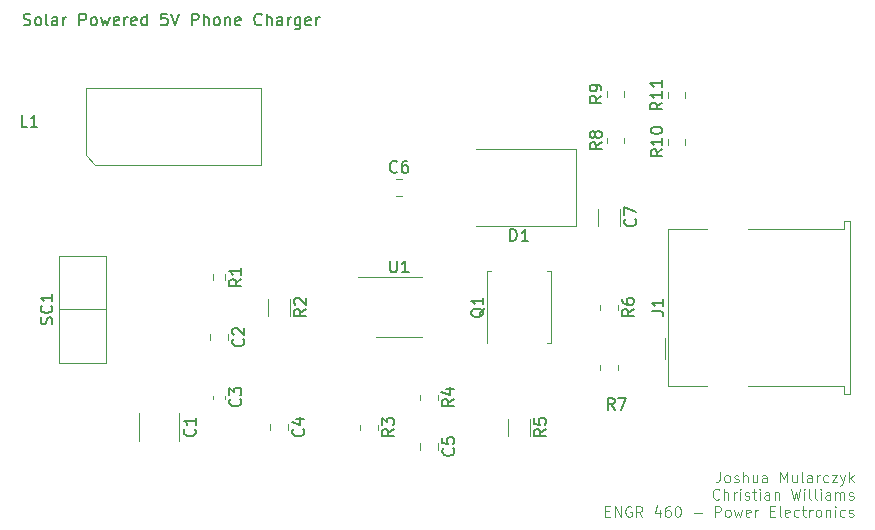
<source format=gbr>
%TF.GenerationSoftware,KiCad,Pcbnew,(6.0.4)*%
%TF.CreationDate,2022-05-23T18:10:56-07:00*%
%TF.ProjectId,SolarChargerV7,536f6c61-7243-4686-9172-67657256372e,rev?*%
%TF.SameCoordinates,Original*%
%TF.FileFunction,Legend,Top*%
%TF.FilePolarity,Positive*%
%FSLAX46Y46*%
G04 Gerber Fmt 4.6, Leading zero omitted, Abs format (unit mm)*
G04 Created by KiCad (PCBNEW (6.0.4)) date 2022-05-23 18:10:56*
%MOMM*%
%LPD*%
G01*
G04 APERTURE LIST*
%ADD10C,0.150000*%
%ADD11C,0.125000*%
%ADD12C,0.120000*%
G04 APERTURE END LIST*
D10*
X95223809Y-47204761D02*
X95366666Y-47252380D01*
X95604761Y-47252380D01*
X95700000Y-47204761D01*
X95747619Y-47157142D01*
X95795238Y-47061904D01*
X95795238Y-46966666D01*
X95747619Y-46871428D01*
X95700000Y-46823809D01*
X95604761Y-46776190D01*
X95414285Y-46728571D01*
X95319047Y-46680952D01*
X95271428Y-46633333D01*
X95223809Y-46538095D01*
X95223809Y-46442857D01*
X95271428Y-46347619D01*
X95319047Y-46300000D01*
X95414285Y-46252380D01*
X95652380Y-46252380D01*
X95795238Y-46300000D01*
X96366666Y-47252380D02*
X96271428Y-47204761D01*
X96223809Y-47157142D01*
X96176190Y-47061904D01*
X96176190Y-46776190D01*
X96223809Y-46680952D01*
X96271428Y-46633333D01*
X96366666Y-46585714D01*
X96509523Y-46585714D01*
X96604761Y-46633333D01*
X96652380Y-46680952D01*
X96700000Y-46776190D01*
X96700000Y-47061904D01*
X96652380Y-47157142D01*
X96604761Y-47204761D01*
X96509523Y-47252380D01*
X96366666Y-47252380D01*
X97271428Y-47252380D02*
X97176190Y-47204761D01*
X97128571Y-47109523D01*
X97128571Y-46252380D01*
X98080952Y-47252380D02*
X98080952Y-46728571D01*
X98033333Y-46633333D01*
X97938095Y-46585714D01*
X97747619Y-46585714D01*
X97652380Y-46633333D01*
X98080952Y-47204761D02*
X97985714Y-47252380D01*
X97747619Y-47252380D01*
X97652380Y-47204761D01*
X97604761Y-47109523D01*
X97604761Y-47014285D01*
X97652380Y-46919047D01*
X97747619Y-46871428D01*
X97985714Y-46871428D01*
X98080952Y-46823809D01*
X98557142Y-47252380D02*
X98557142Y-46585714D01*
X98557142Y-46776190D02*
X98604761Y-46680952D01*
X98652380Y-46633333D01*
X98747619Y-46585714D01*
X98842857Y-46585714D01*
X99938095Y-47252380D02*
X99938095Y-46252380D01*
X100319047Y-46252380D01*
X100414285Y-46300000D01*
X100461904Y-46347619D01*
X100509523Y-46442857D01*
X100509523Y-46585714D01*
X100461904Y-46680952D01*
X100414285Y-46728571D01*
X100319047Y-46776190D01*
X99938095Y-46776190D01*
X101080952Y-47252380D02*
X100985714Y-47204761D01*
X100938095Y-47157142D01*
X100890476Y-47061904D01*
X100890476Y-46776190D01*
X100938095Y-46680952D01*
X100985714Y-46633333D01*
X101080952Y-46585714D01*
X101223809Y-46585714D01*
X101319047Y-46633333D01*
X101366666Y-46680952D01*
X101414285Y-46776190D01*
X101414285Y-47061904D01*
X101366666Y-47157142D01*
X101319047Y-47204761D01*
X101223809Y-47252380D01*
X101080952Y-47252380D01*
X101747619Y-46585714D02*
X101938095Y-47252380D01*
X102128571Y-46776190D01*
X102319047Y-47252380D01*
X102509523Y-46585714D01*
X103271428Y-47204761D02*
X103176190Y-47252380D01*
X102985714Y-47252380D01*
X102890476Y-47204761D01*
X102842857Y-47109523D01*
X102842857Y-46728571D01*
X102890476Y-46633333D01*
X102985714Y-46585714D01*
X103176190Y-46585714D01*
X103271428Y-46633333D01*
X103319047Y-46728571D01*
X103319047Y-46823809D01*
X102842857Y-46919047D01*
X103747619Y-47252380D02*
X103747619Y-46585714D01*
X103747619Y-46776190D02*
X103795238Y-46680952D01*
X103842857Y-46633333D01*
X103938095Y-46585714D01*
X104033333Y-46585714D01*
X104747619Y-47204761D02*
X104652380Y-47252380D01*
X104461904Y-47252380D01*
X104366666Y-47204761D01*
X104319047Y-47109523D01*
X104319047Y-46728571D01*
X104366666Y-46633333D01*
X104461904Y-46585714D01*
X104652380Y-46585714D01*
X104747619Y-46633333D01*
X104795238Y-46728571D01*
X104795238Y-46823809D01*
X104319047Y-46919047D01*
X105652380Y-47252380D02*
X105652380Y-46252380D01*
X105652380Y-47204761D02*
X105557142Y-47252380D01*
X105366666Y-47252380D01*
X105271428Y-47204761D01*
X105223809Y-47157142D01*
X105176190Y-47061904D01*
X105176190Y-46776190D01*
X105223809Y-46680952D01*
X105271428Y-46633333D01*
X105366666Y-46585714D01*
X105557142Y-46585714D01*
X105652380Y-46633333D01*
X107366666Y-46252380D02*
X106890476Y-46252380D01*
X106842857Y-46728571D01*
X106890476Y-46680952D01*
X106985714Y-46633333D01*
X107223809Y-46633333D01*
X107319047Y-46680952D01*
X107366666Y-46728571D01*
X107414285Y-46823809D01*
X107414285Y-47061904D01*
X107366666Y-47157142D01*
X107319047Y-47204761D01*
X107223809Y-47252380D01*
X106985714Y-47252380D01*
X106890476Y-47204761D01*
X106842857Y-47157142D01*
X107700000Y-46252380D02*
X108033333Y-47252380D01*
X108366666Y-46252380D01*
X109461904Y-47252380D02*
X109461904Y-46252380D01*
X109842857Y-46252380D01*
X109938095Y-46300000D01*
X109985714Y-46347619D01*
X110033333Y-46442857D01*
X110033333Y-46585714D01*
X109985714Y-46680952D01*
X109938095Y-46728571D01*
X109842857Y-46776190D01*
X109461904Y-46776190D01*
X110461904Y-47252380D02*
X110461904Y-46252380D01*
X110890476Y-47252380D02*
X110890476Y-46728571D01*
X110842857Y-46633333D01*
X110747619Y-46585714D01*
X110604761Y-46585714D01*
X110509523Y-46633333D01*
X110461904Y-46680952D01*
X111509523Y-47252380D02*
X111414285Y-47204761D01*
X111366666Y-47157142D01*
X111319047Y-47061904D01*
X111319047Y-46776190D01*
X111366666Y-46680952D01*
X111414285Y-46633333D01*
X111509523Y-46585714D01*
X111652380Y-46585714D01*
X111747619Y-46633333D01*
X111795238Y-46680952D01*
X111842857Y-46776190D01*
X111842857Y-47061904D01*
X111795238Y-47157142D01*
X111747619Y-47204761D01*
X111652380Y-47252380D01*
X111509523Y-47252380D01*
X112271428Y-46585714D02*
X112271428Y-47252380D01*
X112271428Y-46680952D02*
X112319047Y-46633333D01*
X112414285Y-46585714D01*
X112557142Y-46585714D01*
X112652380Y-46633333D01*
X112700000Y-46728571D01*
X112700000Y-47252380D01*
X113557142Y-47204761D02*
X113461904Y-47252380D01*
X113271428Y-47252380D01*
X113176190Y-47204761D01*
X113128571Y-47109523D01*
X113128571Y-46728571D01*
X113176190Y-46633333D01*
X113271428Y-46585714D01*
X113461904Y-46585714D01*
X113557142Y-46633333D01*
X113604761Y-46728571D01*
X113604761Y-46823809D01*
X113128571Y-46919047D01*
X115366666Y-47157142D02*
X115319047Y-47204761D01*
X115176190Y-47252380D01*
X115080952Y-47252380D01*
X114938095Y-47204761D01*
X114842857Y-47109523D01*
X114795238Y-47014285D01*
X114747619Y-46823809D01*
X114747619Y-46680952D01*
X114795238Y-46490476D01*
X114842857Y-46395238D01*
X114938095Y-46300000D01*
X115080952Y-46252380D01*
X115176190Y-46252380D01*
X115319047Y-46300000D01*
X115366666Y-46347619D01*
X115795238Y-47252380D02*
X115795238Y-46252380D01*
X116223809Y-47252380D02*
X116223809Y-46728571D01*
X116176190Y-46633333D01*
X116080952Y-46585714D01*
X115938095Y-46585714D01*
X115842857Y-46633333D01*
X115795238Y-46680952D01*
X117128571Y-47252380D02*
X117128571Y-46728571D01*
X117080952Y-46633333D01*
X116985714Y-46585714D01*
X116795238Y-46585714D01*
X116699999Y-46633333D01*
X117128571Y-47204761D02*
X117033333Y-47252380D01*
X116795238Y-47252380D01*
X116699999Y-47204761D01*
X116652380Y-47109523D01*
X116652380Y-47014285D01*
X116699999Y-46919047D01*
X116795238Y-46871428D01*
X117033333Y-46871428D01*
X117128571Y-46823809D01*
X117604761Y-47252380D02*
X117604761Y-46585714D01*
X117604761Y-46776190D02*
X117652380Y-46680952D01*
X117699999Y-46633333D01*
X117795238Y-46585714D01*
X117890476Y-46585714D01*
X118652380Y-46585714D02*
X118652380Y-47395238D01*
X118604761Y-47490476D01*
X118557142Y-47538095D01*
X118461904Y-47585714D01*
X118319047Y-47585714D01*
X118223809Y-47538095D01*
X118652380Y-47204761D02*
X118557142Y-47252380D01*
X118366666Y-47252380D01*
X118271428Y-47204761D01*
X118223809Y-47157142D01*
X118176190Y-47061904D01*
X118176190Y-46776190D01*
X118223809Y-46680952D01*
X118271428Y-46633333D01*
X118366666Y-46585714D01*
X118557142Y-46585714D01*
X118652380Y-46633333D01*
X119509523Y-47204761D02*
X119414285Y-47252380D01*
X119223809Y-47252380D01*
X119128571Y-47204761D01*
X119080952Y-47109523D01*
X119080952Y-46728571D01*
X119128571Y-46633333D01*
X119223809Y-46585714D01*
X119414285Y-46585714D01*
X119509523Y-46633333D01*
X119557142Y-46728571D01*
X119557142Y-46823809D01*
X119080952Y-46919047D01*
X119985714Y-47252380D02*
X119985714Y-46585714D01*
X119985714Y-46776190D02*
X120033333Y-46680952D01*
X120080952Y-46633333D01*
X120176190Y-46585714D01*
X120271428Y-46585714D01*
D11*
X154168035Y-85053142D02*
X154168035Y-85696000D01*
X154125178Y-85824571D01*
X154039464Y-85910285D01*
X153910892Y-85953142D01*
X153825178Y-85953142D01*
X154725178Y-85953142D02*
X154639464Y-85910285D01*
X154596607Y-85867428D01*
X154553750Y-85781714D01*
X154553750Y-85524571D01*
X154596607Y-85438857D01*
X154639464Y-85396000D01*
X154725178Y-85353142D01*
X154853750Y-85353142D01*
X154939464Y-85396000D01*
X154982321Y-85438857D01*
X155025178Y-85524571D01*
X155025178Y-85781714D01*
X154982321Y-85867428D01*
X154939464Y-85910285D01*
X154853750Y-85953142D01*
X154725178Y-85953142D01*
X155368035Y-85910285D02*
X155453750Y-85953142D01*
X155625178Y-85953142D01*
X155710892Y-85910285D01*
X155753750Y-85824571D01*
X155753750Y-85781714D01*
X155710892Y-85696000D01*
X155625178Y-85653142D01*
X155496607Y-85653142D01*
X155410892Y-85610285D01*
X155368035Y-85524571D01*
X155368035Y-85481714D01*
X155410892Y-85396000D01*
X155496607Y-85353142D01*
X155625178Y-85353142D01*
X155710892Y-85396000D01*
X156139464Y-85953142D02*
X156139464Y-85053142D01*
X156525178Y-85953142D02*
X156525178Y-85481714D01*
X156482321Y-85396000D01*
X156396607Y-85353142D01*
X156268035Y-85353142D01*
X156182321Y-85396000D01*
X156139464Y-85438857D01*
X157339464Y-85353142D02*
X157339464Y-85953142D01*
X156953750Y-85353142D02*
X156953750Y-85824571D01*
X156996607Y-85910285D01*
X157082321Y-85953142D01*
X157210892Y-85953142D01*
X157296607Y-85910285D01*
X157339464Y-85867428D01*
X158153750Y-85953142D02*
X158153750Y-85481714D01*
X158110892Y-85396000D01*
X158025178Y-85353142D01*
X157853750Y-85353142D01*
X157768035Y-85396000D01*
X158153750Y-85910285D02*
X158068035Y-85953142D01*
X157853750Y-85953142D01*
X157768035Y-85910285D01*
X157725178Y-85824571D01*
X157725178Y-85738857D01*
X157768035Y-85653142D01*
X157853750Y-85610285D01*
X158068035Y-85610285D01*
X158153750Y-85567428D01*
X159268035Y-85953142D02*
X159268035Y-85053142D01*
X159568035Y-85696000D01*
X159868035Y-85053142D01*
X159868035Y-85953142D01*
X160682321Y-85353142D02*
X160682321Y-85953142D01*
X160296607Y-85353142D02*
X160296607Y-85824571D01*
X160339464Y-85910285D01*
X160425178Y-85953142D01*
X160553750Y-85953142D01*
X160639464Y-85910285D01*
X160682321Y-85867428D01*
X161239464Y-85953142D02*
X161153750Y-85910285D01*
X161110892Y-85824571D01*
X161110892Y-85053142D01*
X161968035Y-85953142D02*
X161968035Y-85481714D01*
X161925178Y-85396000D01*
X161839464Y-85353142D01*
X161668035Y-85353142D01*
X161582321Y-85396000D01*
X161968035Y-85910285D02*
X161882321Y-85953142D01*
X161668035Y-85953142D01*
X161582321Y-85910285D01*
X161539464Y-85824571D01*
X161539464Y-85738857D01*
X161582321Y-85653142D01*
X161668035Y-85610285D01*
X161882321Y-85610285D01*
X161968035Y-85567428D01*
X162396607Y-85953142D02*
X162396607Y-85353142D01*
X162396607Y-85524571D02*
X162439464Y-85438857D01*
X162482321Y-85396000D01*
X162568035Y-85353142D01*
X162653750Y-85353142D01*
X163339464Y-85910285D02*
X163253750Y-85953142D01*
X163082321Y-85953142D01*
X162996607Y-85910285D01*
X162953750Y-85867428D01*
X162910892Y-85781714D01*
X162910892Y-85524571D01*
X162953750Y-85438857D01*
X162996607Y-85396000D01*
X163082321Y-85353142D01*
X163253750Y-85353142D01*
X163339464Y-85396000D01*
X163639464Y-85353142D02*
X164110892Y-85353142D01*
X163639464Y-85953142D01*
X164110892Y-85953142D01*
X164368035Y-85353142D02*
X164582321Y-85953142D01*
X164796607Y-85353142D02*
X164582321Y-85953142D01*
X164496607Y-86167428D01*
X164453750Y-86210285D01*
X164368035Y-86253142D01*
X165139464Y-85953142D02*
X165139464Y-85053142D01*
X165225178Y-85610285D02*
X165482321Y-85953142D01*
X165482321Y-85353142D02*
X165139464Y-85696000D01*
X154125178Y-87316428D02*
X154082321Y-87359285D01*
X153953750Y-87402142D01*
X153868035Y-87402142D01*
X153739464Y-87359285D01*
X153653750Y-87273571D01*
X153610892Y-87187857D01*
X153568035Y-87016428D01*
X153568035Y-86887857D01*
X153610892Y-86716428D01*
X153653750Y-86630714D01*
X153739464Y-86545000D01*
X153868035Y-86502142D01*
X153953750Y-86502142D01*
X154082321Y-86545000D01*
X154125178Y-86587857D01*
X154510892Y-87402142D02*
X154510892Y-86502142D01*
X154896607Y-87402142D02*
X154896607Y-86930714D01*
X154853750Y-86845000D01*
X154768035Y-86802142D01*
X154639464Y-86802142D01*
X154553750Y-86845000D01*
X154510892Y-86887857D01*
X155325178Y-87402142D02*
X155325178Y-86802142D01*
X155325178Y-86973571D02*
X155368035Y-86887857D01*
X155410892Y-86845000D01*
X155496607Y-86802142D01*
X155582321Y-86802142D01*
X155882321Y-87402142D02*
X155882321Y-86802142D01*
X155882321Y-86502142D02*
X155839464Y-86545000D01*
X155882321Y-86587857D01*
X155925178Y-86545000D01*
X155882321Y-86502142D01*
X155882321Y-86587857D01*
X156268035Y-87359285D02*
X156353750Y-87402142D01*
X156525178Y-87402142D01*
X156610892Y-87359285D01*
X156653750Y-87273571D01*
X156653750Y-87230714D01*
X156610892Y-87145000D01*
X156525178Y-87102142D01*
X156396607Y-87102142D01*
X156310892Y-87059285D01*
X156268035Y-86973571D01*
X156268035Y-86930714D01*
X156310892Y-86845000D01*
X156396607Y-86802142D01*
X156525178Y-86802142D01*
X156610892Y-86845000D01*
X156910892Y-86802142D02*
X157253750Y-86802142D01*
X157039464Y-86502142D02*
X157039464Y-87273571D01*
X157082321Y-87359285D01*
X157168035Y-87402142D01*
X157253750Y-87402142D01*
X157553750Y-87402142D02*
X157553750Y-86802142D01*
X157553750Y-86502142D02*
X157510892Y-86545000D01*
X157553750Y-86587857D01*
X157596607Y-86545000D01*
X157553750Y-86502142D01*
X157553750Y-86587857D01*
X158368035Y-87402142D02*
X158368035Y-86930714D01*
X158325178Y-86845000D01*
X158239464Y-86802142D01*
X158068035Y-86802142D01*
X157982321Y-86845000D01*
X158368035Y-87359285D02*
X158282321Y-87402142D01*
X158068035Y-87402142D01*
X157982321Y-87359285D01*
X157939464Y-87273571D01*
X157939464Y-87187857D01*
X157982321Y-87102142D01*
X158068035Y-87059285D01*
X158282321Y-87059285D01*
X158368035Y-87016428D01*
X158796607Y-86802142D02*
X158796607Y-87402142D01*
X158796607Y-86887857D02*
X158839464Y-86845000D01*
X158925178Y-86802142D01*
X159053750Y-86802142D01*
X159139464Y-86845000D01*
X159182321Y-86930714D01*
X159182321Y-87402142D01*
X160210892Y-86502142D02*
X160425178Y-87402142D01*
X160596607Y-86759285D01*
X160768035Y-87402142D01*
X160982321Y-86502142D01*
X161325178Y-87402142D02*
X161325178Y-86802142D01*
X161325178Y-86502142D02*
X161282321Y-86545000D01*
X161325178Y-86587857D01*
X161368035Y-86545000D01*
X161325178Y-86502142D01*
X161325178Y-86587857D01*
X161882321Y-87402142D02*
X161796607Y-87359285D01*
X161753750Y-87273571D01*
X161753750Y-86502142D01*
X162353750Y-87402142D02*
X162268035Y-87359285D01*
X162225178Y-87273571D01*
X162225178Y-86502142D01*
X162696607Y-87402142D02*
X162696607Y-86802142D01*
X162696607Y-86502142D02*
X162653750Y-86545000D01*
X162696607Y-86587857D01*
X162739464Y-86545000D01*
X162696607Y-86502142D01*
X162696607Y-86587857D01*
X163510892Y-87402142D02*
X163510892Y-86930714D01*
X163468035Y-86845000D01*
X163382321Y-86802142D01*
X163210892Y-86802142D01*
X163125178Y-86845000D01*
X163510892Y-87359285D02*
X163425178Y-87402142D01*
X163210892Y-87402142D01*
X163125178Y-87359285D01*
X163082321Y-87273571D01*
X163082321Y-87187857D01*
X163125178Y-87102142D01*
X163210892Y-87059285D01*
X163425178Y-87059285D01*
X163510892Y-87016428D01*
X163939464Y-87402142D02*
X163939464Y-86802142D01*
X163939464Y-86887857D02*
X163982321Y-86845000D01*
X164068035Y-86802142D01*
X164196607Y-86802142D01*
X164282321Y-86845000D01*
X164325178Y-86930714D01*
X164325178Y-87402142D01*
X164325178Y-86930714D02*
X164368035Y-86845000D01*
X164453750Y-86802142D01*
X164582321Y-86802142D01*
X164668035Y-86845000D01*
X164710892Y-86930714D01*
X164710892Y-87402142D01*
X165096607Y-87359285D02*
X165182321Y-87402142D01*
X165353750Y-87402142D01*
X165439464Y-87359285D01*
X165482321Y-87273571D01*
X165482321Y-87230714D01*
X165439464Y-87145000D01*
X165353750Y-87102142D01*
X165225178Y-87102142D01*
X165139464Y-87059285D01*
X165096607Y-86973571D01*
X165096607Y-86930714D01*
X165139464Y-86845000D01*
X165225178Y-86802142D01*
X165353750Y-86802142D01*
X165439464Y-86845000D01*
X144439464Y-88379714D02*
X144739464Y-88379714D01*
X144868035Y-88851142D02*
X144439464Y-88851142D01*
X144439464Y-87951142D01*
X144868035Y-87951142D01*
X145253750Y-88851142D02*
X145253750Y-87951142D01*
X145768035Y-88851142D01*
X145768035Y-87951142D01*
X146668035Y-87994000D02*
X146582321Y-87951142D01*
X146453750Y-87951142D01*
X146325178Y-87994000D01*
X146239464Y-88079714D01*
X146196607Y-88165428D01*
X146153750Y-88336857D01*
X146153750Y-88465428D01*
X146196607Y-88636857D01*
X146239464Y-88722571D01*
X146325178Y-88808285D01*
X146453750Y-88851142D01*
X146539464Y-88851142D01*
X146668035Y-88808285D01*
X146710892Y-88765428D01*
X146710892Y-88465428D01*
X146539464Y-88465428D01*
X147610892Y-88851142D02*
X147310892Y-88422571D01*
X147096607Y-88851142D02*
X147096607Y-87951142D01*
X147439464Y-87951142D01*
X147525178Y-87994000D01*
X147568035Y-88036857D01*
X147610892Y-88122571D01*
X147610892Y-88251142D01*
X147568035Y-88336857D01*
X147525178Y-88379714D01*
X147439464Y-88422571D01*
X147096607Y-88422571D01*
X149068035Y-88251142D02*
X149068035Y-88851142D01*
X148853750Y-87908285D02*
X148639464Y-88551142D01*
X149196607Y-88551142D01*
X149925178Y-87951142D02*
X149753750Y-87951142D01*
X149668035Y-87994000D01*
X149625178Y-88036857D01*
X149539464Y-88165428D01*
X149496607Y-88336857D01*
X149496607Y-88679714D01*
X149539464Y-88765428D01*
X149582321Y-88808285D01*
X149668035Y-88851142D01*
X149839464Y-88851142D01*
X149925178Y-88808285D01*
X149968035Y-88765428D01*
X150010892Y-88679714D01*
X150010892Y-88465428D01*
X149968035Y-88379714D01*
X149925178Y-88336857D01*
X149839464Y-88294000D01*
X149668035Y-88294000D01*
X149582321Y-88336857D01*
X149539464Y-88379714D01*
X149496607Y-88465428D01*
X150568035Y-87951142D02*
X150653750Y-87951142D01*
X150739464Y-87994000D01*
X150782321Y-88036857D01*
X150825178Y-88122571D01*
X150868035Y-88294000D01*
X150868035Y-88508285D01*
X150825178Y-88679714D01*
X150782321Y-88765428D01*
X150739464Y-88808285D01*
X150653750Y-88851142D01*
X150568035Y-88851142D01*
X150482321Y-88808285D01*
X150439464Y-88765428D01*
X150396607Y-88679714D01*
X150353750Y-88508285D01*
X150353750Y-88294000D01*
X150396607Y-88122571D01*
X150439464Y-88036857D01*
X150482321Y-87994000D01*
X150568035Y-87951142D01*
X151939464Y-88508285D02*
X152625178Y-88508285D01*
X153739464Y-88851142D02*
X153739464Y-87951142D01*
X154082321Y-87951142D01*
X154168035Y-87994000D01*
X154210892Y-88036857D01*
X154253750Y-88122571D01*
X154253750Y-88251142D01*
X154210892Y-88336857D01*
X154168035Y-88379714D01*
X154082321Y-88422571D01*
X153739464Y-88422571D01*
X154768035Y-88851142D02*
X154682321Y-88808285D01*
X154639464Y-88765428D01*
X154596607Y-88679714D01*
X154596607Y-88422571D01*
X154639464Y-88336857D01*
X154682321Y-88294000D01*
X154768035Y-88251142D01*
X154896607Y-88251142D01*
X154982321Y-88294000D01*
X155025178Y-88336857D01*
X155068035Y-88422571D01*
X155068035Y-88679714D01*
X155025178Y-88765428D01*
X154982321Y-88808285D01*
X154896607Y-88851142D01*
X154768035Y-88851142D01*
X155368035Y-88251142D02*
X155539464Y-88851142D01*
X155710892Y-88422571D01*
X155882321Y-88851142D01*
X156053750Y-88251142D01*
X156739464Y-88808285D02*
X156653750Y-88851142D01*
X156482321Y-88851142D01*
X156396607Y-88808285D01*
X156353750Y-88722571D01*
X156353750Y-88379714D01*
X156396607Y-88294000D01*
X156482321Y-88251142D01*
X156653750Y-88251142D01*
X156739464Y-88294000D01*
X156782321Y-88379714D01*
X156782321Y-88465428D01*
X156353750Y-88551142D01*
X157168035Y-88851142D02*
X157168035Y-88251142D01*
X157168035Y-88422571D02*
X157210892Y-88336857D01*
X157253750Y-88294000D01*
X157339464Y-88251142D01*
X157425178Y-88251142D01*
X158410892Y-88379714D02*
X158710892Y-88379714D01*
X158839464Y-88851142D02*
X158410892Y-88851142D01*
X158410892Y-87951142D01*
X158839464Y-87951142D01*
X159353750Y-88851142D02*
X159268035Y-88808285D01*
X159225178Y-88722571D01*
X159225178Y-87951142D01*
X160039464Y-88808285D02*
X159953750Y-88851142D01*
X159782321Y-88851142D01*
X159696607Y-88808285D01*
X159653750Y-88722571D01*
X159653750Y-88379714D01*
X159696607Y-88294000D01*
X159782321Y-88251142D01*
X159953750Y-88251142D01*
X160039464Y-88294000D01*
X160082321Y-88379714D01*
X160082321Y-88465428D01*
X159653750Y-88551142D01*
X160853750Y-88808285D02*
X160768035Y-88851142D01*
X160596607Y-88851142D01*
X160510892Y-88808285D01*
X160468035Y-88765428D01*
X160425178Y-88679714D01*
X160425178Y-88422571D01*
X160468035Y-88336857D01*
X160510892Y-88294000D01*
X160596607Y-88251142D01*
X160768035Y-88251142D01*
X160853750Y-88294000D01*
X161110892Y-88251142D02*
X161453750Y-88251142D01*
X161239464Y-87951142D02*
X161239464Y-88722571D01*
X161282321Y-88808285D01*
X161368035Y-88851142D01*
X161453750Y-88851142D01*
X161753750Y-88851142D02*
X161753750Y-88251142D01*
X161753750Y-88422571D02*
X161796607Y-88336857D01*
X161839464Y-88294000D01*
X161925178Y-88251142D01*
X162010892Y-88251142D01*
X162439464Y-88851142D02*
X162353750Y-88808285D01*
X162310892Y-88765428D01*
X162268035Y-88679714D01*
X162268035Y-88422571D01*
X162310892Y-88336857D01*
X162353750Y-88294000D01*
X162439464Y-88251142D01*
X162568035Y-88251142D01*
X162653750Y-88294000D01*
X162696607Y-88336857D01*
X162739464Y-88422571D01*
X162739464Y-88679714D01*
X162696607Y-88765428D01*
X162653750Y-88808285D01*
X162568035Y-88851142D01*
X162439464Y-88851142D01*
X163125178Y-88251142D02*
X163125178Y-88851142D01*
X163125178Y-88336857D02*
X163168035Y-88294000D01*
X163253750Y-88251142D01*
X163382321Y-88251142D01*
X163468035Y-88294000D01*
X163510892Y-88379714D01*
X163510892Y-88851142D01*
X163939464Y-88851142D02*
X163939464Y-88251142D01*
X163939464Y-87951142D02*
X163896607Y-87994000D01*
X163939464Y-88036857D01*
X163982321Y-87994000D01*
X163939464Y-87951142D01*
X163939464Y-88036857D01*
X164753750Y-88808285D02*
X164668035Y-88851142D01*
X164496607Y-88851142D01*
X164410892Y-88808285D01*
X164368035Y-88765428D01*
X164325178Y-88679714D01*
X164325178Y-88422571D01*
X164368035Y-88336857D01*
X164410892Y-88294000D01*
X164496607Y-88251142D01*
X164668035Y-88251142D01*
X164753750Y-88294000D01*
X165096607Y-88808285D02*
X165182321Y-88851142D01*
X165353750Y-88851142D01*
X165439464Y-88808285D01*
X165482321Y-88722571D01*
X165482321Y-88679714D01*
X165439464Y-88594000D01*
X165353750Y-88551142D01*
X165225178Y-88551142D01*
X165139464Y-88508285D01*
X165096607Y-88422571D01*
X165096607Y-88379714D01*
X165139464Y-88294000D01*
X165225178Y-88251142D01*
X165353750Y-88251142D01*
X165439464Y-88294000D01*
D10*
%TO.C,R11*%
X149282380Y-53790357D02*
X148806190Y-54123690D01*
X149282380Y-54361785D02*
X148282380Y-54361785D01*
X148282380Y-53980833D01*
X148330000Y-53885595D01*
X148377619Y-53837976D01*
X148472857Y-53790357D01*
X148615714Y-53790357D01*
X148710952Y-53837976D01*
X148758571Y-53885595D01*
X148806190Y-53980833D01*
X148806190Y-54361785D01*
X149282380Y-52837976D02*
X149282380Y-53409404D01*
X149282380Y-53123690D02*
X148282380Y-53123690D01*
X148425238Y-53218928D01*
X148520476Y-53314166D01*
X148568095Y-53409404D01*
X149282380Y-51885595D02*
X149282380Y-52457023D01*
X149282380Y-52171309D02*
X148282380Y-52171309D01*
X148425238Y-52266547D01*
X148520476Y-52361785D01*
X148568095Y-52457023D01*
%TO.C,R10*%
X149302380Y-57760357D02*
X148826190Y-58093690D01*
X149302380Y-58331785D02*
X148302380Y-58331785D01*
X148302380Y-57950833D01*
X148350000Y-57855595D01*
X148397619Y-57807976D01*
X148492857Y-57760357D01*
X148635714Y-57760357D01*
X148730952Y-57807976D01*
X148778571Y-57855595D01*
X148826190Y-57950833D01*
X148826190Y-58331785D01*
X149302380Y-56807976D02*
X149302380Y-57379404D01*
X149302380Y-57093690D02*
X148302380Y-57093690D01*
X148445238Y-57188928D01*
X148540476Y-57284166D01*
X148588095Y-57379404D01*
X148302380Y-56188928D02*
X148302380Y-56093690D01*
X148350000Y-55998452D01*
X148397619Y-55950833D01*
X148492857Y-55903214D01*
X148683333Y-55855595D01*
X148921428Y-55855595D01*
X149111904Y-55903214D01*
X149207142Y-55950833D01*
X149254761Y-55998452D01*
X149302380Y-56093690D01*
X149302380Y-56188928D01*
X149254761Y-56284166D01*
X149207142Y-56331785D01*
X149111904Y-56379404D01*
X148921428Y-56427023D01*
X148683333Y-56427023D01*
X148492857Y-56379404D01*
X148397619Y-56331785D01*
X148350000Y-56284166D01*
X148302380Y-56188928D01*
%TO.C,R9*%
X144142380Y-53224166D02*
X143666190Y-53557500D01*
X144142380Y-53795595D02*
X143142380Y-53795595D01*
X143142380Y-53414642D01*
X143190000Y-53319404D01*
X143237619Y-53271785D01*
X143332857Y-53224166D01*
X143475714Y-53224166D01*
X143570952Y-53271785D01*
X143618571Y-53319404D01*
X143666190Y-53414642D01*
X143666190Y-53795595D01*
X144142380Y-52747976D02*
X144142380Y-52557500D01*
X144094761Y-52462261D01*
X144047142Y-52414642D01*
X143904285Y-52319404D01*
X143713809Y-52271785D01*
X143332857Y-52271785D01*
X143237619Y-52319404D01*
X143190000Y-52367023D01*
X143142380Y-52462261D01*
X143142380Y-52652738D01*
X143190000Y-52747976D01*
X143237619Y-52795595D01*
X143332857Y-52843214D01*
X143570952Y-52843214D01*
X143666190Y-52795595D01*
X143713809Y-52747976D01*
X143761428Y-52652738D01*
X143761428Y-52462261D01*
X143713809Y-52367023D01*
X143666190Y-52319404D01*
X143570952Y-52271785D01*
%TO.C,R8*%
X144152380Y-57164166D02*
X143676190Y-57497500D01*
X144152380Y-57735595D02*
X143152380Y-57735595D01*
X143152380Y-57354642D01*
X143200000Y-57259404D01*
X143247619Y-57211785D01*
X143342857Y-57164166D01*
X143485714Y-57164166D01*
X143580952Y-57211785D01*
X143628571Y-57259404D01*
X143676190Y-57354642D01*
X143676190Y-57735595D01*
X143580952Y-56592738D02*
X143533333Y-56687976D01*
X143485714Y-56735595D01*
X143390476Y-56783214D01*
X143342857Y-56783214D01*
X143247619Y-56735595D01*
X143200000Y-56687976D01*
X143152380Y-56592738D01*
X143152380Y-56402261D01*
X143200000Y-56307023D01*
X143247619Y-56259404D01*
X143342857Y-56211785D01*
X143390476Y-56211785D01*
X143485714Y-56259404D01*
X143533333Y-56307023D01*
X143580952Y-56402261D01*
X143580952Y-56592738D01*
X143628571Y-56687976D01*
X143676190Y-56735595D01*
X143771428Y-56783214D01*
X143961904Y-56783214D01*
X144057142Y-56735595D01*
X144104761Y-56687976D01*
X144152380Y-56592738D01*
X144152380Y-56402261D01*
X144104761Y-56307023D01*
X144057142Y-56259404D01*
X143961904Y-56211785D01*
X143771428Y-56211785D01*
X143676190Y-56259404D01*
X143628571Y-56307023D01*
X143580952Y-56402261D01*
%TO.C,SC1*%
X97604761Y-72561904D02*
X97652380Y-72419047D01*
X97652380Y-72180952D01*
X97604761Y-72085714D01*
X97557142Y-72038095D01*
X97461904Y-71990476D01*
X97366666Y-71990476D01*
X97271428Y-72038095D01*
X97223809Y-72085714D01*
X97176190Y-72180952D01*
X97128571Y-72371428D01*
X97080952Y-72466666D01*
X97033333Y-72514285D01*
X96938095Y-72561904D01*
X96842857Y-72561904D01*
X96747619Y-72514285D01*
X96700000Y-72466666D01*
X96652380Y-72371428D01*
X96652380Y-72133333D01*
X96700000Y-71990476D01*
X97557142Y-70990476D02*
X97604761Y-71038095D01*
X97652380Y-71180952D01*
X97652380Y-71276190D01*
X97604761Y-71419047D01*
X97509523Y-71514285D01*
X97414285Y-71561904D01*
X97223809Y-71609523D01*
X97080952Y-71609523D01*
X96890476Y-71561904D01*
X96795238Y-71514285D01*
X96700000Y-71419047D01*
X96652380Y-71276190D01*
X96652380Y-71180952D01*
X96700000Y-71038095D01*
X96747619Y-70990476D01*
X97652380Y-70038095D02*
X97652380Y-70609523D01*
X97652380Y-70323809D02*
X96652380Y-70323809D01*
X96795238Y-70419047D01*
X96890476Y-70514285D01*
X96938095Y-70609523D01*
%TO.C,D1*%
X136421904Y-65512380D02*
X136421904Y-64512380D01*
X136660000Y-64512380D01*
X136802857Y-64560000D01*
X136898095Y-64655238D01*
X136945714Y-64750476D01*
X136993333Y-64940952D01*
X136993333Y-65083809D01*
X136945714Y-65274285D01*
X136898095Y-65369523D01*
X136802857Y-65464761D01*
X136660000Y-65512380D01*
X136421904Y-65512380D01*
X137945714Y-65512380D02*
X137374285Y-65512380D01*
X137660000Y-65512380D02*
X137660000Y-64512380D01*
X137564761Y-64655238D01*
X137469523Y-64750476D01*
X137374285Y-64798095D01*
%TO.C,U1*%
X126238095Y-67172380D02*
X126238095Y-67981904D01*
X126285714Y-68077142D01*
X126333333Y-68124761D01*
X126428571Y-68172380D01*
X126619047Y-68172380D01*
X126714285Y-68124761D01*
X126761904Y-68077142D01*
X126809523Y-67981904D01*
X126809523Y-67172380D01*
X127809523Y-68172380D02*
X127238095Y-68172380D01*
X127523809Y-68172380D02*
X127523809Y-67172380D01*
X127428571Y-67315238D01*
X127333333Y-67410476D01*
X127238095Y-67458095D01*
%TO.C,L1*%
X95533333Y-55852380D02*
X95057142Y-55852380D01*
X95057142Y-54852380D01*
X96390476Y-55852380D02*
X95819047Y-55852380D01*
X96104761Y-55852380D02*
X96104761Y-54852380D01*
X96009523Y-54995238D01*
X95914285Y-55090476D01*
X95819047Y-55138095D01*
%TO.C,R2*%
X119112380Y-71286666D02*
X118636190Y-71620000D01*
X119112380Y-71858095D02*
X118112380Y-71858095D01*
X118112380Y-71477142D01*
X118160000Y-71381904D01*
X118207619Y-71334285D01*
X118302857Y-71286666D01*
X118445714Y-71286666D01*
X118540952Y-71334285D01*
X118588571Y-71381904D01*
X118636190Y-71477142D01*
X118636190Y-71858095D01*
X118207619Y-70905714D02*
X118160000Y-70858095D01*
X118112380Y-70762857D01*
X118112380Y-70524761D01*
X118160000Y-70429523D01*
X118207619Y-70381904D01*
X118302857Y-70334285D01*
X118398095Y-70334285D01*
X118540952Y-70381904D01*
X119112380Y-70953333D01*
X119112380Y-70334285D01*
%TO.C,R3*%
X126562380Y-81446666D02*
X126086190Y-81780000D01*
X126562380Y-82018095D02*
X125562380Y-82018095D01*
X125562380Y-81637142D01*
X125610000Y-81541904D01*
X125657619Y-81494285D01*
X125752857Y-81446666D01*
X125895714Y-81446666D01*
X125990952Y-81494285D01*
X126038571Y-81541904D01*
X126086190Y-81637142D01*
X126086190Y-82018095D01*
X125562380Y-81113333D02*
X125562380Y-80494285D01*
X125943333Y-80827619D01*
X125943333Y-80684761D01*
X125990952Y-80589523D01*
X126038571Y-80541904D01*
X126133809Y-80494285D01*
X126371904Y-80494285D01*
X126467142Y-80541904D01*
X126514761Y-80589523D01*
X126562380Y-80684761D01*
X126562380Y-80970476D01*
X126514761Y-81065714D01*
X126467142Y-81113333D01*
%TO.C,C6*%
X126833333Y-59637142D02*
X126785714Y-59684761D01*
X126642857Y-59732380D01*
X126547619Y-59732380D01*
X126404761Y-59684761D01*
X126309523Y-59589523D01*
X126261904Y-59494285D01*
X126214285Y-59303809D01*
X126214285Y-59160952D01*
X126261904Y-58970476D01*
X126309523Y-58875238D01*
X126404761Y-58780000D01*
X126547619Y-58732380D01*
X126642857Y-58732380D01*
X126785714Y-58780000D01*
X126833333Y-58827619D01*
X127690476Y-58732380D02*
X127500000Y-58732380D01*
X127404761Y-58780000D01*
X127357142Y-58827619D01*
X127261904Y-58970476D01*
X127214285Y-59160952D01*
X127214285Y-59541904D01*
X127261904Y-59637142D01*
X127309523Y-59684761D01*
X127404761Y-59732380D01*
X127595238Y-59732380D01*
X127690476Y-59684761D01*
X127738095Y-59637142D01*
X127785714Y-59541904D01*
X127785714Y-59303809D01*
X127738095Y-59208571D01*
X127690476Y-59160952D01*
X127595238Y-59113333D01*
X127404761Y-59113333D01*
X127309523Y-59160952D01*
X127261904Y-59208571D01*
X127214285Y-59303809D01*
%TO.C,R4*%
X131642380Y-78906666D02*
X131166190Y-79240000D01*
X131642380Y-79478095D02*
X130642380Y-79478095D01*
X130642380Y-79097142D01*
X130690000Y-79001904D01*
X130737619Y-78954285D01*
X130832857Y-78906666D01*
X130975714Y-78906666D01*
X131070952Y-78954285D01*
X131118571Y-79001904D01*
X131166190Y-79097142D01*
X131166190Y-79478095D01*
X130975714Y-78049523D02*
X131642380Y-78049523D01*
X130594761Y-78287619D02*
X131309047Y-78525714D01*
X131309047Y-77906666D01*
%TO.C,C3*%
X113547142Y-78906666D02*
X113594761Y-78954285D01*
X113642380Y-79097142D01*
X113642380Y-79192380D01*
X113594761Y-79335238D01*
X113499523Y-79430476D01*
X113404285Y-79478095D01*
X113213809Y-79525714D01*
X113070952Y-79525714D01*
X112880476Y-79478095D01*
X112785238Y-79430476D01*
X112690000Y-79335238D01*
X112642380Y-79192380D01*
X112642380Y-79097142D01*
X112690000Y-78954285D01*
X112737619Y-78906666D01*
X112642380Y-78573333D02*
X112642380Y-77954285D01*
X113023333Y-78287619D01*
X113023333Y-78144761D01*
X113070952Y-78049523D01*
X113118571Y-78001904D01*
X113213809Y-77954285D01*
X113451904Y-77954285D01*
X113547142Y-78001904D01*
X113594761Y-78049523D01*
X113642380Y-78144761D01*
X113642380Y-78430476D01*
X113594761Y-78525714D01*
X113547142Y-78573333D01*
%TO.C,C2*%
X113797142Y-73826666D02*
X113844761Y-73874285D01*
X113892380Y-74017142D01*
X113892380Y-74112380D01*
X113844761Y-74255238D01*
X113749523Y-74350476D01*
X113654285Y-74398095D01*
X113463809Y-74445714D01*
X113320952Y-74445714D01*
X113130476Y-74398095D01*
X113035238Y-74350476D01*
X112940000Y-74255238D01*
X112892380Y-74112380D01*
X112892380Y-74017142D01*
X112940000Y-73874285D01*
X112987619Y-73826666D01*
X112987619Y-73445714D02*
X112940000Y-73398095D01*
X112892380Y-73302857D01*
X112892380Y-73064761D01*
X112940000Y-72969523D01*
X112987619Y-72921904D01*
X113082857Y-72874285D01*
X113178095Y-72874285D01*
X113320952Y-72921904D01*
X113892380Y-73493333D01*
X113892380Y-72874285D01*
%TO.C,R1*%
X113642380Y-68746666D02*
X113166190Y-69080000D01*
X113642380Y-69318095D02*
X112642380Y-69318095D01*
X112642380Y-68937142D01*
X112690000Y-68841904D01*
X112737619Y-68794285D01*
X112832857Y-68746666D01*
X112975714Y-68746666D01*
X113070952Y-68794285D01*
X113118571Y-68841904D01*
X113166190Y-68937142D01*
X113166190Y-69318095D01*
X113642380Y-67794285D02*
X113642380Y-68365714D01*
X113642380Y-68080000D02*
X112642380Y-68080000D01*
X112785238Y-68175238D01*
X112880476Y-68270476D01*
X112928095Y-68365714D01*
%TO.C,R6*%
X146882380Y-71286666D02*
X146406190Y-71620000D01*
X146882380Y-71858095D02*
X145882380Y-71858095D01*
X145882380Y-71477142D01*
X145930000Y-71381904D01*
X145977619Y-71334285D01*
X146072857Y-71286666D01*
X146215714Y-71286666D01*
X146310952Y-71334285D01*
X146358571Y-71381904D01*
X146406190Y-71477142D01*
X146406190Y-71858095D01*
X145882380Y-70429523D02*
X145882380Y-70620000D01*
X145930000Y-70715238D01*
X145977619Y-70762857D01*
X146120476Y-70858095D01*
X146310952Y-70905714D01*
X146691904Y-70905714D01*
X146787142Y-70858095D01*
X146834761Y-70810476D01*
X146882380Y-70715238D01*
X146882380Y-70524761D01*
X146834761Y-70429523D01*
X146787142Y-70381904D01*
X146691904Y-70334285D01*
X146453809Y-70334285D01*
X146358571Y-70381904D01*
X146310952Y-70429523D01*
X146263333Y-70524761D01*
X146263333Y-70715238D01*
X146310952Y-70810476D01*
X146358571Y-70858095D01*
X146453809Y-70905714D01*
%TO.C,C1*%
X109687142Y-81446666D02*
X109734761Y-81494285D01*
X109782380Y-81637142D01*
X109782380Y-81732380D01*
X109734761Y-81875238D01*
X109639523Y-81970476D01*
X109544285Y-82018095D01*
X109353809Y-82065714D01*
X109210952Y-82065714D01*
X109020476Y-82018095D01*
X108925238Y-81970476D01*
X108830000Y-81875238D01*
X108782380Y-81732380D01*
X108782380Y-81637142D01*
X108830000Y-81494285D01*
X108877619Y-81446666D01*
X109782380Y-80494285D02*
X109782380Y-81065714D01*
X109782380Y-80780000D02*
X108782380Y-80780000D01*
X108925238Y-80875238D01*
X109020476Y-80970476D01*
X109068095Y-81065714D01*
%TO.C,R7*%
X145248333Y-79827380D02*
X144915000Y-79351190D01*
X144676904Y-79827380D02*
X144676904Y-78827380D01*
X145057857Y-78827380D01*
X145153095Y-78875000D01*
X145200714Y-78922619D01*
X145248333Y-79017857D01*
X145248333Y-79160714D01*
X145200714Y-79255952D01*
X145153095Y-79303571D01*
X145057857Y-79351190D01*
X144676904Y-79351190D01*
X145581666Y-78827380D02*
X146248333Y-78827380D01*
X145819761Y-79827380D01*
%TO.C,Q1*%
X134207619Y-71215238D02*
X134160000Y-71310476D01*
X134064761Y-71405714D01*
X133921904Y-71548571D01*
X133874285Y-71643809D01*
X133874285Y-71739047D01*
X134112380Y-71691428D02*
X134064761Y-71786666D01*
X133969523Y-71881904D01*
X133779047Y-71929523D01*
X133445714Y-71929523D01*
X133255238Y-71881904D01*
X133160000Y-71786666D01*
X133112380Y-71691428D01*
X133112380Y-71500952D01*
X133160000Y-71405714D01*
X133255238Y-71310476D01*
X133445714Y-71262857D01*
X133779047Y-71262857D01*
X133969523Y-71310476D01*
X134064761Y-71405714D01*
X134112380Y-71500952D01*
X134112380Y-71691428D01*
X134112380Y-70310476D02*
X134112380Y-70881904D01*
X134112380Y-70596190D02*
X133112380Y-70596190D01*
X133255238Y-70691428D01*
X133350476Y-70786666D01*
X133398095Y-70881904D01*
%TO.C,J1*%
X148382380Y-71453333D02*
X149096666Y-71453333D01*
X149239523Y-71500952D01*
X149334761Y-71596190D01*
X149382380Y-71739047D01*
X149382380Y-71834285D01*
X149382380Y-70453333D02*
X149382380Y-71024761D01*
X149382380Y-70739047D02*
X148382380Y-70739047D01*
X148525238Y-70834285D01*
X148620476Y-70929523D01*
X148668095Y-71024761D01*
%TO.C,C7*%
X146987142Y-63666666D02*
X147034761Y-63714285D01*
X147082380Y-63857142D01*
X147082380Y-63952380D01*
X147034761Y-64095238D01*
X146939523Y-64190476D01*
X146844285Y-64238095D01*
X146653809Y-64285714D01*
X146510952Y-64285714D01*
X146320476Y-64238095D01*
X146225238Y-64190476D01*
X146130000Y-64095238D01*
X146082380Y-63952380D01*
X146082380Y-63857142D01*
X146130000Y-63714285D01*
X146177619Y-63666666D01*
X146082380Y-63333333D02*
X146082380Y-62666666D01*
X147082380Y-63095238D01*
%TO.C,C5*%
X131577142Y-83074166D02*
X131624761Y-83121785D01*
X131672380Y-83264642D01*
X131672380Y-83359880D01*
X131624761Y-83502738D01*
X131529523Y-83597976D01*
X131434285Y-83645595D01*
X131243809Y-83693214D01*
X131100952Y-83693214D01*
X130910476Y-83645595D01*
X130815238Y-83597976D01*
X130720000Y-83502738D01*
X130672380Y-83359880D01*
X130672380Y-83264642D01*
X130720000Y-83121785D01*
X130767619Y-83074166D01*
X130672380Y-82169404D02*
X130672380Y-82645595D01*
X131148571Y-82693214D01*
X131100952Y-82645595D01*
X131053333Y-82550357D01*
X131053333Y-82312261D01*
X131100952Y-82217023D01*
X131148571Y-82169404D01*
X131243809Y-82121785D01*
X131481904Y-82121785D01*
X131577142Y-82169404D01*
X131624761Y-82217023D01*
X131672380Y-82312261D01*
X131672380Y-82550357D01*
X131624761Y-82645595D01*
X131577142Y-82693214D01*
%TO.C,C4*%
X118877142Y-81446666D02*
X118924761Y-81494285D01*
X118972380Y-81637142D01*
X118972380Y-81732380D01*
X118924761Y-81875238D01*
X118829523Y-81970476D01*
X118734285Y-82018095D01*
X118543809Y-82065714D01*
X118400952Y-82065714D01*
X118210476Y-82018095D01*
X118115238Y-81970476D01*
X118020000Y-81875238D01*
X117972380Y-81732380D01*
X117972380Y-81637142D01*
X118020000Y-81494285D01*
X118067619Y-81446666D01*
X118305714Y-80589523D02*
X118972380Y-80589523D01*
X117924761Y-80827619D02*
X118639047Y-81065714D01*
X118639047Y-80446666D01*
%TO.C,R5*%
X139432380Y-81446666D02*
X138956190Y-81780000D01*
X139432380Y-82018095D02*
X138432380Y-82018095D01*
X138432380Y-81637142D01*
X138480000Y-81541904D01*
X138527619Y-81494285D01*
X138622857Y-81446666D01*
X138765714Y-81446666D01*
X138860952Y-81494285D01*
X138908571Y-81541904D01*
X138956190Y-81637142D01*
X138956190Y-82018095D01*
X138432380Y-80541904D02*
X138432380Y-81018095D01*
X138908571Y-81065714D01*
X138860952Y-81018095D01*
X138813333Y-80922857D01*
X138813333Y-80684761D01*
X138860952Y-80589523D01*
X138908571Y-80541904D01*
X139003809Y-80494285D01*
X139241904Y-80494285D01*
X139337142Y-80541904D01*
X139384761Y-80589523D01*
X139432380Y-80684761D01*
X139432380Y-80922857D01*
X139384761Y-81018095D01*
X139337142Y-81065714D01*
D12*
%TO.C,R11*%
X149745000Y-53374564D02*
X149745000Y-52920436D01*
X151215000Y-53374564D02*
X151215000Y-52920436D01*
%TO.C,R10*%
X149765000Y-57344564D02*
X149765000Y-56890436D01*
X151235000Y-57344564D02*
X151235000Y-56890436D01*
%TO.C,R9*%
X144605000Y-53284564D02*
X144605000Y-52830436D01*
X146075000Y-53284564D02*
X146075000Y-52830436D01*
%TO.C,R8*%
X144615000Y-57224564D02*
X144615000Y-56770436D01*
X146085000Y-57224564D02*
X146085000Y-56770436D01*
%TO.C,SC1*%
X102200000Y-75840000D02*
X98200000Y-75840000D01*
X102200000Y-71300000D02*
X98200000Y-71300000D01*
X102200000Y-66760000D02*
X102200000Y-75840000D01*
X98200000Y-66760000D02*
X102200000Y-66760000D01*
X98200000Y-75840000D02*
X98200000Y-66760000D01*
%TO.C,D1*%
X141960000Y-57710000D02*
X141960000Y-64210000D01*
X141960000Y-57710000D02*
X133560000Y-57710000D01*
X141960000Y-64210000D02*
X133560000Y-64210000D01*
%TO.C,U1*%
X127000000Y-73680000D02*
X128950000Y-73680000D01*
X127000000Y-73680000D02*
X125050000Y-73680000D01*
X127000000Y-68560000D02*
X123550000Y-68560000D01*
X127000000Y-68560000D02*
X128950000Y-68560000D01*
%TO.C,L1*%
X101300000Y-59050000D02*
X100500000Y-58250000D01*
X115300000Y-52550000D02*
X115300000Y-59050000D01*
X100500000Y-58250000D02*
X100500000Y-52550000D01*
X115300000Y-59050000D02*
X101300000Y-59050000D01*
X100500000Y-52550000D02*
X115300000Y-52550000D01*
%TO.C,R2*%
X115930000Y-70392936D02*
X115930000Y-71847064D01*
X117750000Y-70392936D02*
X117750000Y-71847064D01*
%TO.C,R3*%
X125195000Y-81052936D02*
X125195000Y-81507064D01*
X123725000Y-81052936D02*
X123725000Y-81507064D01*
%TO.C,C6*%
X126738748Y-60225000D02*
X127261252Y-60225000D01*
X126738748Y-61695000D02*
X127261252Y-61695000D01*
%TO.C,R4*%
X128805000Y-78512936D02*
X128805000Y-78967064D01*
X130275000Y-78512936D02*
X130275000Y-78967064D01*
%TO.C,C3*%
X111250000Y-78599420D02*
X111250000Y-78880580D01*
X112270000Y-78599420D02*
X112270000Y-78880580D01*
%TO.C,C2*%
X112495000Y-73398748D02*
X112495000Y-73921252D01*
X111025000Y-73398748D02*
X111025000Y-73921252D01*
%TO.C,R1*%
X111237500Y-68342742D02*
X111237500Y-68817258D01*
X112282500Y-68342742D02*
X112282500Y-68817258D01*
%TO.C,R6*%
X145515000Y-70892936D02*
X145515000Y-71347064D01*
X144045000Y-70892936D02*
X144045000Y-71347064D01*
%TO.C,C1*%
X108390000Y-80118748D02*
X108390000Y-82441252D01*
X104970000Y-80118748D02*
X104970000Y-82441252D01*
%TO.C,R7*%
X144045000Y-75972936D02*
X144045000Y-76427064D01*
X145515000Y-75972936D02*
X145515000Y-76427064D01*
%TO.C,Q1*%
X139495000Y-74180000D02*
X139845000Y-74180000D01*
X139845000Y-68060000D02*
X139845000Y-74180000D01*
X134775000Y-68060000D02*
X134475000Y-68060000D01*
X134475000Y-68060000D02*
X134475000Y-74180000D01*
X139545000Y-68060000D02*
X139845000Y-68060000D01*
%TO.C,J1*%
X165220000Y-63810000D02*
X164700000Y-63810000D01*
X164700000Y-63810000D02*
X164700000Y-64460000D01*
X164700000Y-77780000D02*
X164700000Y-78430000D01*
X149740000Y-64460000D02*
X153070000Y-64460000D01*
X156590000Y-64460000D02*
X164700000Y-64460000D01*
X149740000Y-77780000D02*
X149740000Y-64460000D01*
X149520000Y-75520000D02*
X149520000Y-73720000D01*
X164700000Y-77780000D02*
X156590000Y-77780000D01*
X149740000Y-77780000D02*
X153070000Y-77780000D01*
X165220000Y-78430000D02*
X165220000Y-63810000D01*
X164700000Y-78430000D02*
X165220000Y-78430000D01*
%TO.C,C7*%
X145690000Y-62788748D02*
X145690000Y-64211252D01*
X143870000Y-62788748D02*
X143870000Y-64211252D01*
%TO.C,C5*%
X130275000Y-82646248D02*
X130275000Y-83168752D01*
X128805000Y-82646248D02*
X128805000Y-83168752D01*
%TO.C,C4*%
X117575000Y-81018748D02*
X117575000Y-81541252D01*
X116105000Y-81018748D02*
X116105000Y-81541252D01*
%TO.C,R5*%
X136250000Y-80552936D02*
X136250000Y-82007064D01*
X138070000Y-80552936D02*
X138070000Y-82007064D01*
%TD*%
M02*

</source>
